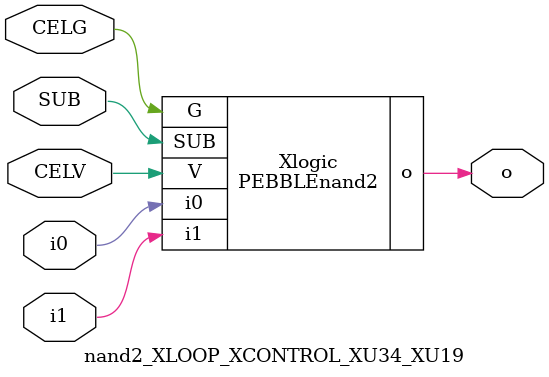
<source format=v>



module PEBBLEnand2 ( o, G, SUB, V, i0, i1 );

  input i0;
  input V;
  input i1;
  input G;
  output o;
  input SUB;
endmodule

//Celera Confidential Do Not Copy nand2_XLOOP_XCONTROL_XU34_XU19
//Celera Confidential Symbol Generator
//5V NAND2
module nand2_XLOOP_XCONTROL_XU34_XU19 (CELV,CELG,i0,i1,o,SUB);
input CELV;
input CELG;
input i0;
input i1;
input SUB;
output o;

//Celera Confidential Do Not Copy nand2
PEBBLEnand2 Xlogic(
.V (CELV),
.i0 (i0),
.i1 (i1),
.o (o),
.SUB (SUB),
.G (CELG)
);
//,diesize,PEBBLEnand2

//Celera Confidential Do Not Copy Module End
//Celera Schematic Generator
endmodule

</source>
